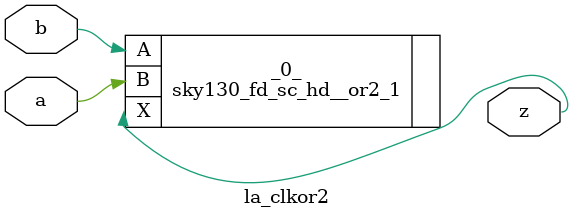
<source format=v>

/* Generated by Yosys 0.44 (git sha1 80ba43d26, g++ 11.4.0-1ubuntu1~22.04 -fPIC -O3) */

(* top =  1  *)
(* src = "generated" *)
module la_clkor2 (
    a,
    b,
    z
);
  (* src = "generated" *)
  input a;
  wire a;
  (* src = "generated" *)
  input b;
  wire b;
  (* src = "generated" *)
  output z;
  wire z;
  sky130_fd_sc_hd__or2_1 _0_ (
      .A(b),
      .B(a),
      .X(z)
  );
endmodule

</source>
